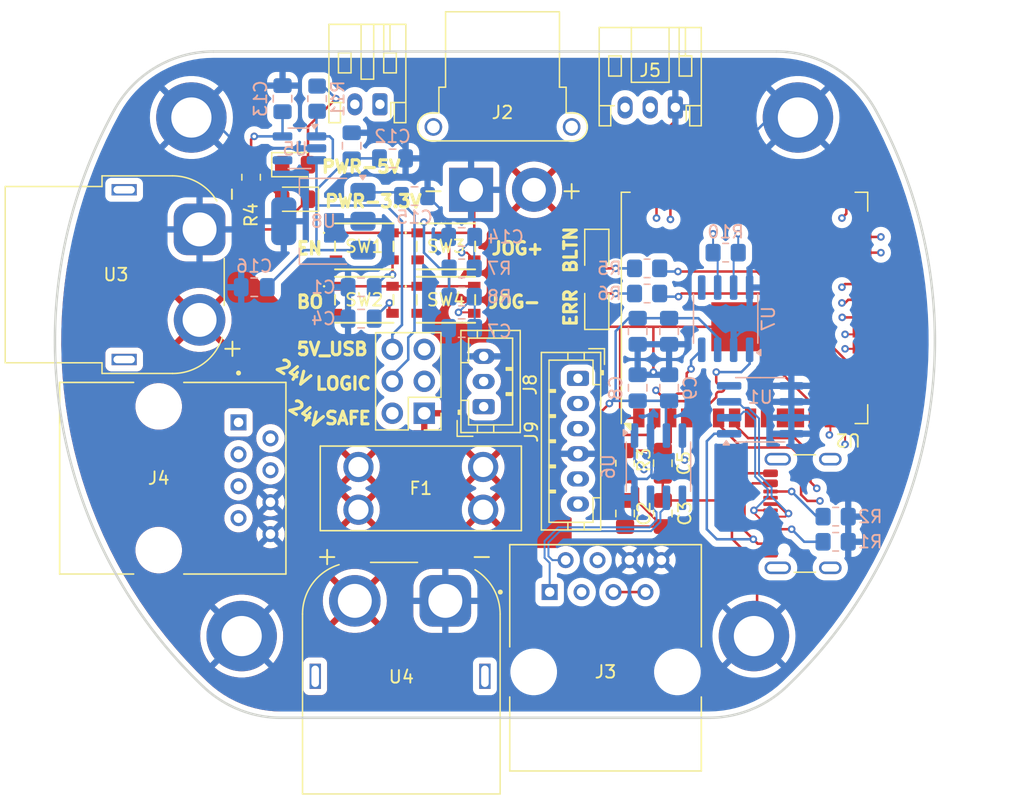
<source format=kicad_pcb>
(kicad_pcb (version 20240108) (generator "pcbnew") (generator_version "8.0")
  (layers (0 "F.Cu" signal) (1 "In1.Cu" signal) (2 "In2.Cu" signal) (31 "B.Cu" signal) (34 "B.Paste" user) (35 "F.Paste" user) (36 "B.SilkS" user "B.Silkscreen") (37 "F.SilkS" user "F.Silkscreen") (38 "B.Mask" user) (39 "F.Mask" user) (44 "Edge.Cuts" user))
  (net 0 "")
  (net 1 "GND")
  (net 2 "EN_PB")
  (net 3 "+3.3V")
  (net 4 "GPIO_0")
  (net 5 "Jog+")
  (net 6 "Jog-")
  (net 7 "Net-(D1-A)")
  (net 8 "Net-(D2-A)")
  (net 9 "Net-(D3-A)")
  (net 10 "+24V")
  (net 11 "+24V_safe")
  (net 13 "USB_P")
  (net 14 "+5V")
  (net 15 "Net-(J1-CC2)")
  (net 17 "USB_N")
  (net 18 "Net-(J1-CC1)")
  (net 21 "+24V_Logic")
  (net 24 "TX_M")
  (net 25 "RX_M")
  (net 26 "LED_BUILTIN")
  (net 27 "LED_ERR")
  (net 34 "RXC")
  (net 37 "Net-(J10-Pin_2)")
  (net 38 "+5V_USB")
  (net 41 "TXC")
  (net 44 "Enco_Pot")
  (net 47 "RXC_M")
  (net 48 "CUI_MOSI")
  (net 53 "TXC_M")
  (net 57 "CUI_MISO")
  (net 58 "CUI_CS")
  (net 59 "CUI_SCLK")
  (net 60 "Net-(D5-A)")
  (net 63 "CAN-")
  (net 64 "CAN+")
  (net 65 "CAN_M-")
  (net 66 "CAN_M+")
  (footprint "Resistor_SMD:R_0805_2012Metric_Pad1.20x1.40mm_HandSolder" (layer "F.Cu") (at 77.75 94.25 90)
    (property "Reference" "R3")
    (property "Value" "10k")
  )
  (footprint "LED_SMD:LED_0805_2012Metric_Pad1.15x1.40mm_HandSolder" (layer "F.Cu") (at 75.5 77.5 -90)
    (property "Reference" "D2" (hide yes))
    (property "Value" "B")
  )
  (footprint "Connector_JST:JST_PH_B6B-PH-K_1x06_P2.00mm_Vertical" (layer "F.Cu") (at 74 87.5 -90)
    (property "Reference" "J9")
    (property "Value" "Conn_01x06")
  )
  (footprint "MountingHole:MountingHole_3.2mm_M3_DIN965_Pad_TopBottom" (layer "F.Cu") (at 88 108)
    (property "Reference" "H4" (hide yes))
    (property "Value" "MountingHole_Pad")
  )
  (footprint "Capacitor_SMD:C_0805_2012Metric_Pad1.18x1.45mm_HandSolder" (layer "F.Cu") (at 77.75 98.25 90)
    (property "Reference" "C2")
    (property "Value" "22uF")
  )
  (footprint "Capacitor_SMD:C_0805_2012Metric_Pad1.18x1.45mm_HandSolder" (layer "F.Cu") (at 80.75 98.25 90)
    (property "Reference" "C3")
    (property "Value" "100nF")
  )
  (footprint "Resistor_SMD:R_0805_2012Metric_Pad1.20x1.40mm_HandSolder" (layer "F.Cu") (at 48 71.5 -90)
    (property "Reference" "R4")
    (property "Value" "1k")
  )
  (footprint "RF_Module:ESP32-S3-WROOM-1U" (layer "F.Cu") (at 87.25 81.895606 90)
    (property "Reference" "U2")
    (property "Value" "ESP32-S3-WROVER")
  )
  (footprint "RoverFootprint:SW-PTS815 SJM250SMTRLFS" (layer "F.Cu") (at 63.5 77)
    (property "Reference" "SW3")
    (property "Value" "SW-PTS815SJM250SMTRLFS")
  )
  (footprint "RoverFootprint:SW-PTS815 SJM250SMTRLFS" (layer "F.Cu") (at 57 81.25)
    (property "Reference" "SW2")
    (property "Value" "SW-PTS815SJM250SMTRLFS")
  )
  (footprint "Connector_PinHeader_2.54mm:PinHeader_2x03_P2.54mm_Vertical" (layer "F.Cu") (at 61.775 90.275 180)
    (property "Reference" "J10" (hide yes))
    (property "Value" "Jumper PWR")
  )
  (footprint "LED_SMD:LED_0805_2012Metric_Pad1.15x1.40mm_HandSolder" (layer "F.Cu") (at 51.5 70.5)
    (property "Reference" "D5" (hide yes))
    (property "Value" "B")
  )
  (footprint "RoverFootprint:AMASS_XT60PW-F_1x02_P7.20mm_Horizontal" (layer "F.Cu") (at 43.9 75.65 90)
    (property "Reference" "U3")
    (property "Value" "XT60PM-F")
  )
  (footprint "MountingHole:MountingHole_3.2mm_M3_DIN965_Pad_TopBottom" (layer "F.Cu") (at 47.25 108)
    (property "Reference" "H2" (hide yes))
    (property "Value" "MountingHole_Pad")
  )
  (footprint "Connector_JST:JST_PH_S2B-PH-K_1x02_P2.00mm_Horizontal" (layer "F.Cu") (at 58.25 65.7 180)
    (property "Reference" "J6" (hide yes))
    (property "Value" "Conn_01x02")
  )
  (footprint "RoverFootprint:AMASS_XT60PW-M_1x02_P7.20mm_Horizontal" (layer "F.Cu") (at 63.45 105.2 180)
    (property "Reference" "U4")
    (property "Value" "XT60PW-M")
  )
  (footprint "RoverFootprint:FUSE_3568-20" (layer "F.Cu") (at 61.5 96.25 180)
    (property "Reference" "F1")
    (property "Value" "FuseHolder")
  )
  (footprint "LED_SMD:LED_0805_2012Metric_Pad1.15x1.40mm_HandSolder" (layer "F.Cu") (at 51.5 73.25 180)
    (property "Reference" "D1" (hide yes))
    (property "Value" "G")
  )
  (footprint "RoverFootprint:Ethernet_Horizontal" (layer "F.Cu") (at 40.650001 95.445 -90)
    (property "Reference" "J4")
    (property "Value" "Eth-Horiz")
  )
  (footprint "Connector_USB:USB_C_Receptacle_GCT_USB4105-xx-A_16P_TopMnt_Horizontal" (layer "F.Cu") (at 93 98.25 90)
    (property "Reference" "J1" (hide yes))
    (property "Value" "USB_C_USB4105-GF-A")
  )
  (footprint "Connector_JST:JST_PH_B3B-PH-K_1x03_P2.00mm_Vertical" (layer "F.Cu") (at 66.5 89.75 90)
    (property "Reference" "J8")
    (property "Value" "Conn_01x03")
  )
  (footprint "RoverFootprint:SW-PTS815 SJM250SMTRLFS" (layer "F.Cu") (at 63.5 81.25)
    (property "Reference" "SW4")
    (property "Value" "SW-PTS815SJM250SMTRLFS")
  )
  (footprint "MountingHole:MountingHole_3.2mm_M3_DIN965_Pad_TopBottom" (layer "F.Cu") (at 43.25 66.75)
    (property "Reference" "H3" (hide yes))
    (property "Value" "MountingHole_Pad")
  )
  (footprint "RoverFootprint:AMASS_XT30PW-F_1x02_P2.50mm_Horizontal" (layer "F.Cu") (at 65.5 72.5)
    (property "Reference" "J2")
    (property "Value" "XT30PW-F")
  )
  (footprint "Connector_JST:JST_PH_S3B-PH-K_1x03_P2.00mm_Horizontal" (layer "F.Cu") (at 81.75 65.95 180)
    (property "Reference" "J5")
    (property "Value" "Conn_01x03")
  )
  (footprint "LED_SMD:LED_0805_2012Metric_Pad1.15x1.40mm_HandSolder" (layer "F.Cu") (at 75.5 81.75 90)
    (property "Reference" "D3" (hide yes))
    (property "Value" "B")
  )
  (footprint "RoverFootprint:Ethernet_Horizontal" (layer "F.Cu") (at 76.195 110.85)
    (property "Reference" "J3")
    (property "Value" "Eth-Horiz")
  )
  (footprint "MountingHole:MountingHole_3.2mm_M3_DIN965_Pad_TopBottom" (layer "F.Cu") (at 91.5 66.75)
    (property "Reference" "H1" (hide yes))
    (property "Value" "MountingHole_Pad")
  )
  (footprint "RoverFootprint:SW-PTS815 SJM250SMTRLFS" (layer "F.Cu") (at 57 77)
    (property "Reference" "SW1")
    (property "Value" "SW-PTS815SJM250SMTRLFS")
  )
  (footprint "Capacitor_SMD:C_0805_2012Metric_Pad1.18x1.45mm_HandSolder" (layer "F.Cu") (at 80.75 94.25 -90)
    (property "Reference" "C5")
    (property "Value" "1uF")
  )
  (footprint "Capacitor_SMD:C_0805_2012Metric_Pad1.18x1.45mm_HandSolder" (layer "B.Cu") (at 61 73)
    (property "Reference" "C15")
    (property "Value" "220nF")
  )
  (footprint "Capacitor_SMD:C_0805_2012Metric_Pad1.18x1.45mm_HandSolder" (layer "B.Cu") (at 50.5 65.25 90)
    (property "Reference" "C13")
    (property "Value" "10uF")
  )
  (footprint "Capacitor_SMD:C_0805_2012Metric_Pad1.18x1.45mm_HandSolder" (layer "B.Cu") (at 48.25 80.25 180)
    (property "Reference" "C16")
    (property "Value" "100nF")
  )
  (footprint "Capacitor_SMD:C_0805_2012Metric_Pad1.18x1.45mm_HandSolder" (layer "B.Cu") (at 81.25 88.25 90)
    (property "Reference" "C9")
    (property "Value" "100nF")
  )
  (footprint "Resistor_SMD:R_0805_2012Metric_Pad1.20x1.40mm_HandSolder" (layer "B.Cu") (at 85.75 77.5 180)
    (property "Reference" "R10")
    (property "Value" "121")
  )
  (footprint "Resistor_SMD:R_0805_2012Metric_Pad1.20x1.40mm_HandSolder" (layer "B.Cu") (at 94.5 98.5)
    (property "Reference" "R2")
    (property "Value" "5.1k")
  )
  (footprint "Resistor_SMD:R_0805_2012Metric_Pad1.20x1.40mm_HandSolder" (layer "B.Cu") (at 64.75 81)
    (property "Reference" "R8")
    (property "Value" "10k")
  )
  (footprint "Capacitor_SMD:C_0805_2012Metric_Pad1.18x1.45mm_HandSolder" (layer "B.Cu") (at 59.25 70)
    (property "Reference" "C12")
    (property "Value" "10uF")
  )
  (footprint "Package_TO_SOT_SMD:SOT-223-3_TabPin2" (layer "B.Cu") (at 53.75 75 180)
    (property "Reference" "U8")
    (property "Value" "LDO-LM7805MPX/NOPB")
  )
  (footprint "Resistor_SMD:R_0805_2012Metric_Pad1.20x1.40mm_HandSolder" (layer "B.Cu") (at 79.5 80.75 180)
    (property "Reference" "R6")
    (property "Value" "1K")
  )
  (footprint "Package_SO:SOIC-8_3.9x4.9mm_P1.27mm" (layer "B.Cu") (at 80.405 94.525 -90)
    (property "Reference" "U6")
    (property "Value" "SN65HVD232")
  )
  (footprint "Capacitor_SMD:C_0805_2012Metric_Pad1.18x1.45mm_HandSolder" (layer "B.Cu") (at 64.75 76.25)
    (property "Reference" "C14")
    (property "Value" "100nF")
  )
  (footprint "Package_SO:SOIC-8_3.9x4.9mm_P1.27mm" (layer "B.Cu") (at 88.5 90)
    (property "Reference" "U1")
    (property "Value" "TVS-SMDB03CE3")
  )
  (footprint "Package_TO_SOT_SMD:SOT-23-5_HandSoldering" (layer "B.Cu") (at 51.85 69.2 180)
    (property "Reference" "U5")
    (property "Value" "LDO-TLV74033PDBVR")
  )
  (footprint "Capacitor_SMD:C_0805_2012Metric_Pad1.18x1.45mm_HandSolder" (layer "B.Cu") (at 64.75 83.5)
    (property "Reference" "C7")
    (property "Value" "100nF")
  )
  (footprint "Capacitor_SMD:C_0805_2012Metric_Pad1.18x1.45mm_HandSolder" (layer "B.Cu") (at 56 69 90)
    (property "Reference" "C6" (hide yes))
    (property "Value" "100nF")
  )
  (footprint "Resistor_SMD:R_0805_2012Metric_Pad1.20x1.40mm_HandSolder" (layer "B.Cu") (at 64.75 78.75)
    (property "Reference" "R7")
    (property "Value" "10k")
  )
  (footprint "Capacitor_SMD:C_0805_2012Metric_Pad1.18x1.45mm_HandSolder" (layer "B.Cu") (at 81.25 83.75 -90)
    (property "Reference" "C11" (hide yes))
    (property "Value" "100nF")
  )
  (footprint "Capacitor_SMD:C_0805_2012Metric_Pad1.18x1.45mm_HandSolder" (layer "B.Cu") (at 78.75 83.75 -90)
    (property "Reference" "C10" (hide yes))
    (property "Value" "10uF")
  )
  (footprint "Capacitor_SMD:C_0805_2012Metric_Pad1.18x1.45mm_HandSolder" (layer "B.Cu") (at 78.75 88.25 90)
    (property "Reference" "C8")
    (property "Value" "10uF")
  )
  (footprint "Resistor_SMD:R_0805_2012Metric_Pad1.20x1.40mm_HandSolder" (layer "B.Cu") (at 79.5 78.75 180)
    (property "Reference" "R5")
    (property "Value" "1k")
  )
  (footprint "Resistor_SMD:R_0805_2012Metric_Pad1.20x1.40mm_HandSolder" (layer "B.Cu") (at 94.5 100.5)
    (property "Reference" "R1")
    (property "Value" "5.1k")
  )
  (footprint "Resistor_SMD:R_0805_2012Metric_Pad1.20x1.40mm_HandSolder" (layer "B.Cu") (at 53.25 65.25 90)
    (property "Reference" "R11")
    (property "Value" "1k")
  )
  (footprint "Package_SO:SOIC-8_3.9x4.9mm_P1.27mm" (layer "B.Cu") (at 85.75 82.75 90)
    (property "Reference" "U7")
    (property "Value" "SN65HVD232")
  )
  (footprint "Capacitor_SMD:C_0805_2012Metric_Pad1.18x1.45mm_HandSolder" (layer "B.Cu") (at 56.75 80.25)
    (property "Reference" "C1")
    (property "Value" "100nF")
  )
  (footprint "Capacitor_SMD:C_0805_2012Metric_Pad1.18x1.45mm_HandSolder" (layer "B.Cu") (at 56.75 82.75)
    (property "Reference" "C4")
    (property "Value" "100nF")
  )
  (gr_arc (start 37.11822 66.155172) (mid 40.423072 62.750696) (end 45 61.5) (stroke (width 0.2)) (layer "Edge.Cuts"))
  (gr_line (start 45 61.5) (end 89.79372 61.5) (stroke (width 0.2)) (layer "Edge.Cuts"))
  (gr_arc (start 50.39685 114.5) (mid 47.054335 113.85629) (end 44.189955 112.017241) (stroke (width 0.2)) (layer "Edge.Cuts"))
  (gr_arc (start 89.79372 61.5) (mid 94.370632 62.750701) (end 97.675483 66.155172) (stroke (width 0.2)) (layer "Edge.Cuts"))
  (gr_line (start 50.39685 114.5) (end 84.396851 114.5) (stroke (width 0.2)) (layer "Edge.Cuts"))
  (gr_arc (start 44.189955 112.017241) (mid 32.840702 90.290997) (end 37.11822 66.155172) (stroke (width 0.2)) (layer "Edge.Cuts"))
  (gr_arc (start 97.675483 66.155172) (mid 101.953001 90.290997) (end 90.603748 112.017241) (stroke (width 0.2)) (layer "Edge.Cuts"))
  (gr_arc (start 90.603748 112.017241) (mid 87.739369 113.8563) (end 84.396851 114.5) (stroke (width 0.2)) (layer "Edge.Cuts"))
  (gr_text "24V" (at 49.75 86.75 328) (layer "F.SilkS") (effects (font (size 1 1) (thickness 0.25) (bold yes)) (justify left bottom)))
  (gr_text "BLTN" (at 74 79.25 90) (layer "F.SilkS") (effects (font (size 1 1) (thickness 0.25) (bold yes)) (justify left bottom)))
  (gr_text "ERR" (at 74 83.5 90) (layer "F.SilkS") (effects (font (size 1 1) (thickness 0.25) (bold yes)) (justify left bottom)))
  (gr_text "PWR-5V" (at 53.5 71.25 0) (layer "F.SilkS") (effects (font (size 1 1) (thickness 0.25) (bold yes)) (justify left bottom)))
  (gr_text "BO" (at 51.5 82 0) (layer "F.SilkS") (effects (font (size 1 1) (thickness 0.25) (bold yes)) (justify left bottom)))
  (gr_text "JOG-" (at 66.75 82 0) (layer "F.SilkS") (effects (font (size 1 1) (thickness 0.25) (bold yes)) (justify left bottom)))
  (gr_text "SAFE" (at 53.75 91.25 0) (layer "F.SilkS") (effects (font (size 1 1) (thickness 0.25) (bold yes)) (justify left bottom)))
  (gr_text "JOG+" (at 67 77.75 0) (layer "F.SilkS") (effects (font (size 1 1) (thickness 0.25) (bold yes)) (justify left bottom)))
  (gr_text "EN" (at 51.5 77.75 0) (layer "F.SilkS") (effects (font (size 1 1) (thickness 0.25) (bold yes)) (justify left bottom)))
  (gr_text "5V_USB" (at 51.5 85.75 0) (layer "F.SilkS") (effects (font (size 1 1) (thickness 0.25) (bold yes)) (justify left bottom)))
  (gr_text "24V" (at 50.75 90 328) (layer "F.SilkS") (effects (font (size 1 1) (thickness 0.25) (bold yes)) (justify left bottom)))
  (gr_text "LOGIC" (at 53 88.5 0) (layer "F.SilkS") (effects (font (size 1 1) (thickness 0.25) (bold yes)) (justify left bottom)))
  (gr_text "PWR-3.3V" (at 53.75 74 0) (layer "F.SilkS") (effects (font (size 1 1) (thickness 0.25) (bold yes)) (justify left bottom)))
  (segment (start 86.2125 97.2125) (end 86.25 97.25) (width 0.2) (layer "F.Cu") (net 1))
  (segment (start 87.45 101.45) (end 89.32 101.45) (width 0.2) (layer "F.Cu") (net 1))
  (segment (start 59.250001 75.925001) (end 54.749999 75.925001) (width 0.2) (layer "F.Cu") (net 1))
  (segment (start 76.120606 83.395606) (end 75.5 82.775) (width 0.2) (layer "F.Cu") (net 1))
  (segment (start 77.354394 90.645606) (end 77.354394 83.5) (width 0.2) (layer "F.Cu") (net 1))
  (segment (start 63.75 75.925001) (end 63.75 80.175001) (width 0.2) (layer "F.Cu") (net 1))
  (segment (start 65.750001 80.175001) (end 63.75 80.175001) (width 0.2) (layer "F.Cu") (net 1))
  (segment (start 88.25 101.45) (end 88.25 107.75) (width 0.2) (layer "F.Cu") (net 1))
  (segment (start 61.249999 80.175001) (end 59.250001 80.175001) (width 0.2) (layer "F.Cu") (net 1))
  (segment (start 86.56 83.395606) (end 80 83.395606) (width 0.2) (layer "F.Cu") (net 1))
  (segment (start 88.25 107.75) (end 88.5 108) (width 0.2) (layer "F.Cu") (net 1))
  (segment (start 80 83.395606) (end 80 87) (width 0.2) (layer "F.Cu") (net 1))
  (segment (start 89.32 101.45) (end 88.25 101.45) (width 0.2) (layer "F.Cu") (net 1))
  (segment (start 63.75 75.925001) (end 61.249999 75.925001) (width 0.2) (layer "F.Cu") (net 1))
  (segment (start 75.5 82.775) (end 74.25 81.525) (width 0.2) (layer "F.Cu") (net 1))
  (segment (start 49.837545 107.662455) (end 48.5 109) (width 0.2) (layer "F.Cu") (net 1))
  (segment (start 74.25 81.525) (end 74.25 77.725) (width 0.2) (layer "F.Cu") (net 1))
  (segment (start 59.250001 80.175001) (end 54.749999 80.175001) (width 0.2) (layer "F.Cu") (net 1))
  (segment (start 86.25 96) (end 86.25 97.75) (width 0.2) (layer "F.Cu") (net 1))
  (segment (start 63.75 80.175001) (end 61.249999 80.175001) (width 0.2) (layer "F.Cu") (net 1))
  (segment (start 80.75 95.2875) (end 80.75 97.2125) (width 0.2) (layer "F.Cu") (net 1))
  (segment (start 78.84 73.145606) (end 78.84 69.91) (width 0.2) (layer "F.Cu") (net 1))
  (segment (start 65.750001 75.925001) (end 63.75 75.925001) (width 0.2) (layer "F.Cu") (net 1))
  (segment (start 74.25 77.725) (end 75.5 76.475) (width 0.2) (layer "F.Cu") (net 1))
  (segment (start 65.750001 75.925001) (end 65.750001 72.750001) (width 0.2) (layer "F.Cu") (net 1))
  (segment (start 77.354394 83.5) (end 77.25 83.395606) (width 0.2) (layer "F.Cu") (net 1))
  (segment (start 86.25 97.75) (end 86.25 100.25) (width 0.2) (layer "F.Cu") (net 1))
  (segment (start 81.75 67) (end 81.75 65.95) (width 0.2) (layer "F.Cu") (net 1))
  (segment (start 80.75 97.2125) (end 86.2125 97.2125) (width 0.2) (layer "F.Cu") (net 1))
  (segment (start 86.25 100.25) (end 87.45 101.45) (width 0.2) (layer "F.Cu") (net 1))
  (segment (start 65.750001 72.750001) (end 65.5 72.5) (width 0.2) (layer "F.Cu") (net 1))
  (segment (start 77.25 83.395606) (end 76.120606 83.395606) (width 0.2) (layer "F.Cu") (net 1))
  (segment (start 77.75 97.2125) (end 76.1 95.5625) (width 0.2) (layer "F.Cu") (net 1))
  (segment (start 87.2 95.05) (end 86.25 96) (width 0.2) (layer "F.Cu") (net 1))
  (segment (start 78.84 90.645606) (end 77.354394 90.645606) (width 0.2) (layer "F.Cu") (net 1))
  (segment (start 76.1 91.9) (end 77.354394 90.645606) (width 0.2) (layer "F.Cu") (net 1))
  (segment (start 61.249999 75.925001) (end 59.250001 75.925001) (width 0.2) (layer "F.Cu") (net 1))
  (segment (start 52.525 73.25) (end 52.525 72.55) (width 0.2) (layer "F.Cu") (net 1))
  (segment (start 75.5 76.475) (end 75.510606 76.475) (width 0.2) (layer "F.Cu") (net 1))
  (segment (start 76.1 95.5625) (end 76.1 91.9) (width 0.2) (layer "F.Cu") (net 1))
  (segment (start 50.125 75.65) (end 43.9 75.65) (width 0.2) (layer "F.Cu") (net 1))
  (segment (start 89.32 95.05) (end 87.2 95.05) (width 0.2) (layer "F.Cu") (net 1))
  (segment (start 52.525 72.55) (end 50.475 70.5) (width 0.2) (layer "F.Cu") (net 1))
  (segment (start 52.525 73.25) (end 50.125 75.65) (width 0.2) (layer "F.Cu") (net 1))
  (segment (start 78.84 69.91) (end 81.75 67) (width 0.2) (layer "F.Cu") (net 1))
  (segment (start 80 83.395606) (end 77.25 83.395606) (width 0.2) (layer "F.Cu") (net 1))
  (segment (start 75.510606 76.475) (end 78.84 73.145606) (width 0.2) (layer "F.Cu") (net 1))
  (via (at 80 87) (size 0.6) (drill 0.3) (layers "F.Cu" "B.Cu") (net 1))
  (segment (start 79.5 95.5) (end 77.5 95.5) (width 0.2) (layer "B.Cu") (net 1))
  (segment (start 87.655 83.095) (end 86.385 84.365) (width 0.2) (layer "B.Cu") (net 1))
  (segment (start 90.5 67) (end 90.75 67) (width 0.2) (layer "B.Cu") (net 1))
  (segment (start 86.385 84.365) (end 86.385 85.225) (width 0.2) (layer "B.Cu") (net 1))
  (segment (start 58.9625 67.9625) (end 56 67.9625) (width 0.2) (layer "B.Cu") (net 1))
  (segment (start 89 67) (end 88 68) (width 0.2) (layer "B.Cu") (net 1))
  (segment (start 90.75 67) (end 91.75 68) (width 0.2) (layer "B.Cu") (net 1))
  (segment (start 47.2 69.2) (end 44 66) (width 0.2) (layer "B.Cu") (net 1))
  (segment (start 63.7125 76.25) (end 63.7125 75.4625) (width 0.2) (layer "B.Cu") (net 1))
  (segment (start 60.2875 70) (end 60.2875 69.2875) (width 0.2) (layer "B.Cu") (net 1))
  (segment (start 79.85 95.15) (end 79.5 95.5) (width 0.2) (layer "B.Cu") (net 1))
  (segment (start 60.2875 69.2875) (end 58.9625 67.9625) (width 0.2) (layer "B.Cu") (net 1))
  (segment (start 53.2 69.2) (end 47.2 69.2) (width 0.2) (layer "B.Cu") (net 1))
  (segment (start 75.5 93.5) (end 74 93.5) (width 0.2) (layer "B.Cu") (net 1))
  (segment (start 77.5 95.5) (end 75.5 93.5) (width 0.2) (layer "B.Cu") (net 1))
  (segment (start 87.655 80.275) (end 87.655 83.095) (width 0.2) (layer "B.Cu") (net 1))
  (segment (start 79.77 92.05) (end 79.85 92.13) (width 0.2) (layer "B.Cu") (net 1))
  (segment (start 89.25 67) (end 89 67) (width 0.2) (layer "B.Cu") (net 1))
  (segment (start 63 74.75) (end 63 73.9625) (width 0.2) (layer "B.Cu") (net 1))
  (segment (start 44 66) (end 44 66.5375) (width 0.2) (layer "B.Cu") (net 1))
  (segment (start 63 73.9625) (end 62.0375 73) (width 0.2) (layer "B.Cu") (net 1))
  (segment (start 79.85 92.13) (end 79.85 95.15) (width 0.2) (layer "B.Cu") (net 1))
  (segment (start 63.7125 75.4625) (end 63 74.75) (width 0.2) (layer "B.Cu") (net 1))
  (segment (start 81.25 89.496712) (end 81.25 89.5) (width 0.2) (layer "F.Cu") (net 2))
  (segment (start 81.38 92.5825) (end 81.38 90.645606) (width 0.2) (layer "F.Cu") (net 2))
  (segment (start 77.75 93.25) (end 80.7125 93.25) (width 0.2) (layer "F.Cu") (net 2))
  (segment (start 80.7125 93.25) (end 80.75 93.2125) (width 0.2) (layer "F.Cu") (net 2))
  (segment (start 80.207173 88.453885) (end 81.25 89.496712) (width 0.2) (layer "F.Cu") (net 2))
  (segment (start 81.25 89.5) (end 81.38 89.63) (width 0.2) (layer "F.Cu") (net 2))
  (segment (start 81.38 89.63) (end 81.38 90.645606) (width 0.2) (layer "F.Cu") (net 2))
  (segment (start 59.25 79.25) (end 59.25 78.075) (width 0.2) (layer "F.Cu") (net 2))
  (segment (start 59.25 78.075) (end 59.250001 78.074999) (width 0.2) (layer "F.Cu") (net 2))
  (segment (start 80.75 93.2125) (end 81.38 92.5825) (width 0.2) (layer "F.Cu") (net 2))
  (via (at 59.25 79.25) (size 0.6) (drill 0.3) (layers "F.Cu" "B.Cu") (net 2))
  (via (at 80.207173 88.453885) (size 0.6) (drill 0.3) (layers "F.Cu" "B.Cu") (net 2))
  (segment (start 58.7875 79.25) (end 57.7875 80.25) (width 0.2) (layer "B.Cu") (net 2))
  (segment (start 59.25 79.25) (end 58.7875 79.25) (width 0.2) (layer "B.Cu") (net 2))
  (segment (start 78.775 97.3125) (end 78.775 96.275) (width 0.2) (layer "F.Cu") (net 3))
  (segment (start 79.5 92) (end 80.11 91.39) (width 0.2) (layer "F.Cu") (net 3))
  (segment (start 48 68.5) (end 48 70.5) (width 0.2) (layer "F.Cu") (net 3))
  (segment (start 77.75 95.25) (end 77.75 94.25) (width 0.2) (layer "F.Cu") (net 3))
  (segment (start 76.75 92.5) (end 77.25 92) (width 0.2) (layer "F.Cu") (net 3))
  (segment (start 48.25 68.25) (end 48 68.5) (width 0.2) (layer "F.Cu") (net 3))
  (segment (start 75.5 97.0375) (end 77.75 99.2875) (width 0.2) (layer "F.Cu") (net 3))
  (segment (start 78.775 96.275) (end 77.75 95.25) (width 0.2) (layer "F.Cu") (net 3))
  (segment (start 80.11 91.39) (end 80.11 90.645606) (width 0.2) (layer "F.Cu") (net 3))
  (segment (start 77 94.25) (end 76.75 94) (width 0.2) (layer "F.Cu") (net 3))
  (segment (start 80.75 99.2875) (end 78.775 97.3125) (width 0.2) (layer "F.Cu") (net 3))
  (segment (start 77.75 99.2875) (end 80.75 99.2875) (width 0.2) (layer "F.Cu") (net 3))
  (segment (start 77.25 92) (end 79.5 92) (width 0.2) (layer "F.Cu") (net 3))
  (segment (start 75.5 90.5) (end 75.5 97.0375) (width 0.2) (layer "F.Cu") (net 3))
  (segment (start 76.5 89.5) (end 75.5 90.5) (width 0.2) (layer "F.Cu") (net 3))
  (segment (start 77.75 94.25) (end 77 94.25) (width 0.2) (layer "F.Cu") (net 3))
  (segment (start 76.75 94) (end 76.75 92.5) (width 0.2) (layer "F.Cu") (net 3))
  (via (at 48.25 68.25) (size 0.6) (drill 0.3) (layers "F.Cu" "B.Cu") (net 3))
  (via (at 76.5 89.5) (size 0.6) (drill 0.3) (layers "F.Cu" "B.Cu") (net 3))
  (via (at 61.752088 75.069445) (size 0.6) (drill 0.3) (layers "F.Cu" "B.Cu") (net 3))
  (segment (start 63.75 81) (end 63.75 78.75) (width 0.2) (layer "B.Cu") (net 3))
  (segment (start 78.75 89.2875) (end 81.25 89.2875) (width 0.2) (layer "B.Cu") (net 3))
  (segment (start 61.752088 75.069445) (end 61.752088 77.502088) (width 0.2) (layer "B.Cu") (net 3))
  (segment (start 81 92.01) (end 81.04 92.05) (width 0.2) (layer "B.Cu") (net 3))
  (segment (start 85.115 84.250001) (end 85.115 85.225) (width 0.2) (layer "B.Cu") (net 3))
  (segment (start 50.5 68.25) (end 50.5 66.2875) (width 0.2) (layer "B.Cu") (net 3))
  (segment (start 78.75 82.7125) (end 81.25 82.7125) (width 0.2) (layer "B.Cu") (net 3))
  (segment (start 81.25 82.7125) (end 83.577499 82.7125) (width 0.2) (layer "B.Cu") (net 3))
  (segment (start 50.5 68.25) (end 48.25 68.25) (width 0.2) (layer "B.Cu") (net 3))
  (segment (start 78.0375 82.7125) (end 78.75 82.7125) (width 0.2) (layer "B.Cu") (net 3))
  (segment (start 63 78.75) (end 63.75 78.75) (width 0.2) (layer "B.Cu") (net 3))
  (segment (start 77 83.75) (end 78.0375 82.7125) (width 0.2) (layer "B.Cu") (net 3))
  (segment (start 81.25 89.2875) (end 81 89.5375) (width 0.2) (layer "B.Cu") (net 3))
  (segment (start 77 89) (end 77 83.75) (width 0.2) (layer "B.Cu") (net 3))
  (segment (start 61.752088 77.502088) (end 63 78.75) (width 0.2) (layer "B.Cu") (net 3))
  (segment (start 76.5 89.5) (end 76.7125 89.2875) (width 0.2) (layer "B.Cu") (net 3))
  (segment (start 76.7125 89.2875) (end 78.75 89.2875) (width 0.2) (layer "B.Cu") (net 3))
  (segment (start 81 89.5375) (end 81 92.01) (width 0.2) (layer "B.Cu") (net 3))
  (segment (start 83.577499 82.7125) (end 85.115 84.250001) (width 0.2) (layer "B.Cu") (net 3))
  (segment (start 76.5 89.5) (end 77 89) (width 0.2) (layer "B.Cu") (net 3))
  (segment (start 59 81.5) (end 59 82.074998) (width 0.2) (layer "F.Cu") (net 4))
  (segment (start 95.35 74.4) (end 95.35 73.145606) (width 0.2) (layer "F.Cu") (net 4))
  (segment (start 95 74.75) (end 95.35 74.4) (width 0.2) (layer "F.Cu") (net 4))
  (segment (start 59 82.074998) (end 59.250001 82.324999) (width 0.2) (layer "F.Cu") (net 4))
  (via (at 59 81.5) (size 0.6) (drill 0.3) (layers "F.Cu" "B.Cu") (net 4))
  (via (at 95 74.75) (size 0.6) (drill 0.3) (layers "F.Cu" "B.Cu") (net 4))
  (segment (start 57.7875 82.7125) (end 59 81.5) (width 0.2) (layer "B.Cu") (net 4))
  (segment (start 57.7875 82.75) (end 57.7875 82.7125) (width 0.2) (layer "B.Cu") (net 4))
  (segment (start 96.400606 84) (end 96.6 83.800606) (width 0.155814) (layer "F.Cu") (net 5))
  (segment (start 65.175002 77.5) (end 65.750001 78.074999) (width 0.155814) (layer "F.Cu") (net 5))
  (segment (start 95.25 84) (end 96.400606 84) (width 0.155814) (layer "F.Cu") (net 5))
  (segment (start 64.75 77.5) (end 65.175002 77.5) (width 0.155814) (layer "F.Cu") (net 5))
  (via (at 95.25 84) (size 0.6) (drill 0.3) (layers "F.Cu" "B.Cu") (net 5))
  (via (at 64.75 77.5) (size 0.6) (drill 0.3) (layers "F.Cu" "B.Cu") (net 5))
  (segment (start 65.75 76.2875) (end 65.7875 76.25) (width 0.155814) (layer "B.Cu") (net 5))
  (segment (start 65.75 78.75) (end 65.75 76.2875) (width 0.155814) (layer "B.Cu") (net 5))
  (segment (start 65.7875 76.25) (end 64.75 77.2875) (width 0.155814) (layer "B.Cu") (net 5))
  (segment (start 64.75 77.2875) (end 64.75 77.5) (width 0.155814) (layer "B.Cu") (net 5))
  (segment (start 65.675002 82.25) (end 65.750001 82.324999) (width 0.155814) (layer "F.Cu") (net 6))
  (segment (start 95.25 85.15) (end 96.520606 85.15) (width 0.155814) (layer "F.Cu") (net 6))
  (segment (start 64.5 82.25) (end 65.675002 82.25) (width 0.155814) (layer "F.Cu") (net 6))
  (segment (start 96.520606 85.15) (end 96.6 85.070606) (width 0.155814) (layer "F.Cu") (net 6))
  (via (at 95.25 85.15) (size 0.6) (drill 0.3) (layers "F.Cu" "B.Cu") (net 6))
  (via (at 64.5 82.25) (size 0.6) (drill 0.3) (layers "F.Cu" "B.Cu") (net 6))
  (segment (start 65.7875 81.0375) (end 65.7875 83.5) (width 0.155814) (layer "B.Cu") (net 6))
  (segment (start 65.75 81) (end 64.5 82.25) (width 0.155814) (layer "B.Cu") (net 6))
  (segment (start 65.75 81) (end 65.7875 81.0375) (width 0.155814) (layer "B.Cu") (net 6))
  (segment (start 49.725 72.5) (end 50.475 73.25) (width 0.2) (layer "F.Cu") (net 7))
  (segment (start 48 72.5) (end 49.725 72.5) (width 0.2) (layer "F.Cu") (net 7))
  (segment (start 75.725 78.75) (end 75.5 78.525) (width 0.2) (layer "F.Cu") (net 8))
  (segment (start 77 78.75) (end 75.725 78.75) (width 0.2) (layer "F.Cu") (net 8))
  (via (at 77 78.75) (size 0.6) (drill 0.3) (layers "F.Cu" "B.Cu") (net 8))
  (segment (start 78.5 78.75) (end 77 78.75) (width 0.2) (layer "B.Cu") (net 8))
  (segment (start 75.525 80.75) (end 75.5 80.725) (width 0.2) (layer "F.Cu") (net 9))
  (segment (start 77 80.75) (end 75.525 80.75) (width 0.2) (layer "F.Cu") (net 9))
  (via (at 77 80.75) (size 0.6) (drill 0.3) (layers "F.Cu" "B.Cu") (net 9))
  (segment (start 78.5 80.75) (end 77 80.75) (width 0.2) (layer "B.Cu") (net 9))
  (segment (start 45.59 82.35) (end 44 82.35) (width 0.2) (layer "F.Cu") (net 10))
  (segment (start 89.828849 97.5) (end 89.32 97.5) (width 0.155814) (layer "F.Cu") (net 13))
  (segment (start 95.35 91.65) (end 95.35 90.645606) (width 0.155814) (layer "F.Cu") (net 13))
  (segment (start 95.25 91.75) (end 95.35 91.65) (width 0.155814) (layer "F.Cu") (net 13))
  (segment (start 90.5 98.5) (end 89.32 98.5) (width 0.155814) (layer "F.Cu") (net 13))
  (segment (start 90.75 98.25) (end 90.578849 98.25) (width 0.155814) (layer "F.Cu") (net 13))
  (segment (start 90.578849 98.25) (end 89.828849 97.5) (width 0.155814) (layer "F.Cu") (net 13))
  (segment (start 95.25 92.75) (end 95.25 91.75) (width 0.155814) (layer "F.Cu") (net 13))
  (segment (start 90.75 98.25) (end 90.5 98.5) (width 0.155814) (layer "F.Cu") (net 13))
  (via (at 95.25 92.75) (size 0.6) (drill 0.3) (layers "F.Cu" "B.Cu") (net 13))
  (via (at 90.75 98.25) (size 0.6) (drill 0.3) (layers "F.Cu" "B.Cu") (net 13))
  (segment (start 89.404107 96.904107) (end 89.404107 96.186165) (width 0.155814) (layer "B.Cu") (net 13))
  (segment (start 87.180893 89.845893) (end 86.7 89.365) (width 0.155814) (layer "B.Cu") (net 13))
  (segment (start 89.404107 96.186165) (end 88.404107 95.186165) (width 0.155814) (layer "B.Cu") (net 13))
  (segment (start 88.404107 95.186165) (end 88.404107 90.686165) (width 0.155814) (layer "B.Cu") (net 13))
  (segment (start 88.404107 90.686165) (end 87.563835 89.845893) (width 0.155814) (layer "B.Cu") (net 13))
  (segment (start 86.7 89.365) (end 86.025 89.365) (width 0.155814) (layer "B.Cu") (net 13))
  (segment (start 87.563835 89.845893) (end 87.180893 89.845893) (width 0.155814) (layer "B.Cu") (net 13))
  (segment (start 90.75 98.25) (end 89.404107 96.904107) (width 0.155814) (layer "B.Cu") (net 13))
  (segment (start 53.2 77.25) (end 53.25 77.3) (width 0.2) (layer "B.Cu") (net 14))
  (segment (start 56 70.0375) (end 55.6625 70.0375) (width 0.2) (layer "B.Cu") (net 14))
  (segment (start 52.2 77.3) (end 53.25 77.3) (width 0.2) (layer "B.Cu") (net 14))
  (segment (start 53.25 77.3) (end 54.5 77.3) (width 0.2) (layer "B.Cu") (net 14))
  (segment (start 54.5 70) (end 54.5 68.5) (width 0.2) (layer "B.Cu") (net 14))
  (segment (start 49.2875 80.25) (end 49.2875 80.2125) (width 0.2) (layer "B.Cu") (net 14))
  (segment (start 58.75 73.75) (end 53.2 73.75) (width 0.2) (layer "B.Cu") (net 14))
  (segment (start 54.5 77.3) (end 56.9 77.3) (width 0.2) (layer "B.Cu") (net 14))
  (segment (start 60 83.25) (end 60 75) (width 0.2) (layer "B.Cu") (net 14))
  (segment (start 53.2 70.15) (end 53.2 72.5) (width 0.2) (layer "B.Cu") (net 14))
  (segment (start 53.2 66.3) (end 53.25 66.25) (width 0.2) (layer "B.Cu") (net 14))
  (segment (start 54.25 68.25) (end 53.2 68.25) (width 0.2) (layer "B.Cu") (net 14))
  (segment (start 54.5 68.5) (end 54.25 68.25) (width 0.2) (layer "B.Cu") (net 14))
  (segment (start 53.2 73.75) (end 53.2 77.25) (width 0.2) (layer "B.Cu") (net 14))
  (segment (start 49.2875 80.2125) (end 52.2 77.3) (width 0.2) (layer "B.Cu") (net 14))
  (segment (start 59.235 85.195) (end 59.235 84.015) (width 0.2) (layer "B.Cu") (net 14))
  (segment (start 54.35 70.15) (end 54.5 70) (width 0.2) (layer "B.Cu") (net 14))
  (segment (start 53.2 70.15) (end 54.35 70.15) (width 0.2) (layer "B.Cu") (net 14))
  (segment (start 56.0375 70) (end 56 70.0375) (width 0.2) (layer "B.Cu") (net 14))
  (segment (start 60 75) (end 58.75 73.75) (width 0.2) (layer "B.Cu") (net 14))
  (segment (start 55.6625 70.0375) (end 53.2 72.5) (width 0.2) (layer "B.Cu") (net 14))
  (segment (start 53.2 72.5) (end 53.2 73.75) (width 0.2) (layer "B.Cu") (net 14))
  (segment (start 58.2125 70) (end 56.0375 70) (width 0.2) (layer "B.Cu") (net 14))
  (segment (start 59.235 84.015) (end 60 83.25) (width 0.2) (layer "B.Cu") (net 14))
  (segment (start 53.2 68.25) (end 53.2 66.3) (width 0.2) (layer "B.Cu") (net 14))
  (segment (start 91 96.5) (end 89.32 96.5) (width 0.2) (layer "F.Cu") (net 15))
  (via (at 91 96.5) (size 0.6) (drill 0.3) (layers "F.Cu" "B.Cu") (net 15))
  (segment (start 91 96.5) (end 93 98.5) (width 0.2) (layer "B.Cu") (net 15))
  (segment (start 93 98.5) (end 93.5 98.5) (width 0.2) (layer "B.Cu") (net 15))
  (segment (start 94 92) (end 94.08 91.92) (width 0.155814) (layer "F.Cu") (net 17))
  (segment (start 88.811152 99) (end 89.32 99) (width 0.155814) (layer "F.Cu") (net 17))
  (segment (start 88 98) (end 88 98.188848) (width 0.155814) (layer "F.Cu") (net 17))
  (segment (start 94.08 91.92) (end 94.08 90.645606) (width 0.155814) (layer "F.Cu") (net 17))
  (segment (start 88 98) (end 89.320001 98) (width 0.155814) (layer "F.Cu") (net 17))
  (segment (start 88 98.188848) (end 88.811152 99) (width 0.155814) (layer "F.Cu") (net 17))
  (via (at 94 92) (size 0.6) (drill 0.3) (layers "F.Cu" "B.Cu") (net 17))
  (via (at 88 98) (size 0.6) (drill 0.3) (layers "F.Cu" "B.Cu") (net 17))
  (segment (start 88.095893 90.813835) (end 87.436165 90.154107) (width 0.155814) (layer "B.Cu") (net 17))
  (segment (start 87.180893 90.154107) (end 86.7 90.635) (width 0.155814) (layer "B.Cu") (net 17))
  (segment (start 88.095893 95.313835) (end 88.095893 90.813835) (width 0.155814) (layer "B.Cu") (net 17))
  (segment (start 89.095893 96.313835) (end 88.095893 95.313835) (width 0.155814) (layer "B.Cu") (net 17))
  (segment (start 88 98) (end 89.095893 96.904107) (width 0.155814) (layer "B.Cu") (net 17))
  (segment (start 89.095893 96.904107) (end 89.095893 96.313835) (width 0.155814) (layer "B.Cu") (net 17))
  (segment (start 87.436165 90.154107) (end 87.180893 90.154107) (width 0.155814) (layer "B.Cu") (net 17))
  (segment (start 86.7 90.635) (end 86.025 90.635) (width 0.155814) (layer "B.Cu") (net 17))
  (segment (start 91 99.5) (end 89.32 99.5) (width 0.2) (layer "F.Cu") (net 18))
  (via (at 91 99.5) (size 0.6) (drill 0.3) (layers "F.Cu" "B.Cu") (net 18))
  (segment (start 92 100.5) (end 93.5 100.5) (width 0.2) (layer "B.Cu") (net 18))
  (segment (start 91 99.5) (end 92 100.5) (width 0.2) (layer "B.Cu") (net 18))
  (segment (start 76.83 104.5) (end 79.37 104.5) (width 0.2) (layer "F.Cu") (net 21))
  (segment (start 91.25 92.25) (end 87.534394 92.25) (width 0.2) (layer "F.Cu") (net 24))
  (segment (start 87.534394 92.25) (end 86.46 91.175606) (width 0.2) (layer "F.Cu") (net 24))
  (segment (start 86.46 91.175606) (end 86.46 90.645606) (width 0.2) (layer "F.Cu") (net 24))
  (segment (start 92.5 93.5) (end 91.25 92.25) (width 0.2) (layer "F.Cu") (net 24))
  (segment (start 92.5 95.75) (end 92.5 93.5) (width 0.2) (layer "F.Cu") (net 24))
  (segment (start 93 96.25) (end 92.5 95.75) (width 0.2) (layer "F.Cu") (net 24))
  (via (at 93 96.25) (size 0.6) (drill 0.3) (layers "F.Cu" "B.Cu") (net 24))
  (segment (start 85.19 91.175606) (end 85.19 90.645606) (width 0.2) (layer "F.Cu") (net 25))
  (segment (start 93.25 97.25) (end 92.25 97.25) (width 0.2) (layer "F.Cu") (net 25))
  (segment (start 91.75 93.75) (end 91 93) (width 0.2) (layer "F.Cu") (net 25))
  (segment (start 92.25 97.25) (end 91.75 96.75) (width 0.2) (layer "F.Cu") (net 25))
  (segment (start 87.014394 93) (end 85.19 91.175606) (width 0.2) (layer "F.Cu") (net 25))
  (segment (start 91 93) (end 87.014394 93) (width 0.2) (layer "F.Cu") (net 25))
  (segment (start 91.75 96.75) (end 91.75 93.75) (width 0.2) (layer "F.Cu") (net 25))
  (via (at 93.25 97.25) (size 0.6) (drill 0.3) (layers "F.Cu" "B.Cu") (net 25))
  (segment (start 88.251471 79) (end 81.956627 79) (width 0.2) (layer "F.Cu") (net 26))
  (segment (start 96.6 86.340606) (end 95.592077 86.340606) (width 0.2) (layer "F.Cu") (net 26))
  (segment (start 95.592077 86.340606) (end 88.251471 79) (width 0.2) (layer "F.Cu") (net 26))
  (via (at 81.956627 79) (size 0.6) (drill 0.3) (layers "F.Cu" "B.Cu") (net 26))
  (segment (start 80.75 79) (end 80.5 78.75) (width 0.2) (layer "B.Cu") (net 26))
  (segment (start 81.956627 79) (end 80.75 79) (width 0.2) (layer "B.Cu") (net 26))
  (segment (start 82.25 80.75) (end 82 81) (width 0.2) (layer "F.Cu") (net 27))
  (segment (start 92.81 89.695606) (end 89.25 86.135606) (width 0.2) (layer "F.Cu") (net 27))
  (segment (start 89.25 80.75) (end 82.25 80.75) (width 0.2) (layer "F.Cu") (net 27))
  (segment (start 89.25 86.135606) (end 89.25 80.75) (width 0.2) (layer "F.Cu") (net 27))
  (segment (start 92.81 90.645606) (end 92.81 89.695606) (width 0.2) (layer "F.Cu") (net 27))
  (via (at 82 81) (size 0.6) (drill 0.3) (layers "F.Cu" "B.Cu") (net 27))
  (segment (start 82 81) (end 80.75 81) (width 0.2) (layer "B.Cu") (net 27))
  (segment (start 80.75 81) (end 80.5 80.75) (width 0.2) (layer "B.Cu") (net 27))
  (segment (start 96.669394 76.25) (end 96.6 76.180606) (width 0.2) (layer "F.Cu") (net 34))
  (segment (start 98.1 76.25) (end 96.669394 76.25) (width 0.2) (layer "F.Cu") (net 34))
  (via (at 82.5 94) (size 0.6) (drill 0.3) (layers "F.Cu" "B.Cu") (net 34))
  (via (at 98.1 76.25) (size 0.6) (drill 0.3) (layers "F.Cu" "B.Cu") (net 34))
  (segment (start 82.31 93.81) (end 82.5 94) (width 0.2) (layer "B.Cu") (net 34))
  (segment (start 82.31 92.05) (end 82.31 93.81) (width 0.2) (layer "B.Cu") (net 34))
  (segment (start 60.5 84.25) (end 60.5 86) (width 0.2) (layer "B.Cu") (net 37))
  (segment (start 60.5 86) (end 59.235 87.265) (width 0.2) (layer "B.Cu") (net 37))
  (segment (start 59.6625 72.7) (end 59.9625 73) (width 0.2) (layer "B.Cu") (net 37))
  (segment (start 61 74.5375) (end 61 83.75) (width 0.2) (layer "B.Cu") (net 37))
  (segment (start 56.9 72.7) (end 59.6625 72.7) (width 0.2) (layer "B.Cu") (net 37))
  (segment (start 59.9625 73.5) (end 61 74.5375) (width 0.2) (layer "B.Cu") (net 37))
  (segment (start 61 83.75) (end 60.5 84.25) (width 0.2) (layer "B.Cu") (net 37))
  (segment (start 59.235 87.265) (end 59.235 87.735) (width 0.2) (layer "B.Cu") (net 37))
  (segment (start 59.9625 73) (end 59.9625 73.5) (width 0.2) (layer "B.Cu") (net 37))
  (segment (start 57.0625 72.5375) (end 56.9 72.7) (width 0.2) (layer "B.Cu") (net 37))
  (segment (start 87.25 99.6) (end 87.95 100.3) (width 0.2) (layer "F.Cu") (net 38))
  (segment (start 87.95 100.3) (end 88.3 100.65) (width 0.2) (layer "F.Cu") (net 38))
  (segment (start 87.9 95.85) (end 87.25 96.5) (width 0.2) (layer "F.Cu") (net 38))
  (segment (start 88.3 100.65) (end 89.32 100.65) (width 0.2) (layer "F.Cu") (net 38))
  (segment (start 89.32 95.85) (end 87.9 95.85) (width 0.2) (layer "F.Cu") (net 38))
  (segment (start 87.25 96.5) (end 87.25 99.6) (width 0.2) (layer "F.Cu") (net 38))
  (via (at 87.95 100.3) (size 0.6) (drill 0.3) (layers "F.Cu" "B.Cu") (net 38))
  (segment (start 85.05 100.3) (end 84.25 99.5) (width 0.2) (layer "B.Cu") (net 38))
  (segment (start 84.25 92.5) (end 84.845 91.905) (width 0.2) (layer "B.Cu") (net 38))
  (segment (start 87.95 100.3) (end 85.05 100.3) (width 0.2) (layer "B.Cu") (net 38))
  (segment (start 84.845 91.905) (end 86.025 91.905) (width 0.2) (layer "B.Cu") (net 38))
  (segment (start 84.25 99.5) (end 84.25 92.5) (width 0.2) (layer "B.Cu") (net 38))
  (segment (start 98.1 77.5) (end 96.649394 77.5) (width 0.2) (layer "F.Cu") (net 41))
  (segment (start 96.649394 77.5) (end 96.6 77.450606) (width 0.2) (layer "F.Cu") (net 41))
  (via (at 79.25 94.75) (size 0.6) (drill 0.3) (layers "F.Cu" "B.Cu") (net 41))
  (via (at 98.1 77.5) (size 0.6) (drill 0.3) (layers "F.Cu" "B.Cu") (net 41))
  (segment (start 78.5 94) (end 78.5 92.05) (width 0.2) (layer "B.Cu") (net 41))
  (segment (start 79.25 94.75) (end 78.5 94) (width 0.2) (layer "B.Cu") (net 41))
  (segment (start 80.25 73.285606) (end 80.11 73.145606) (width 0.2) (layer "F.Cu") (net 44))
  (segment (start 80.25 74.75) (end 80.25 73.285606) (width 0.2) (layer "F.Cu") (net 44))
  (via (at 80.25 74.75) (size 0.6) (drill 0.3) (layers "F.Cu" "B.Cu") (net 44))
  (segment (start 82.65 89.670443) (end 82.65 90.645606) (width 0.2) (layer "F.Cu") (net 47))
  (segment (start 82.65 87.1) (end 82.65 87.870443) (width 0.2) (layer "F.Cu") (net 47))
  (segment (start 83 86.75) (end 82.65 87.1) (width 0.2) (layer "F.Cu") (net 47))
  (segment (start 82.89 88.710443) (end 81.975573 88.710443) (width 0.2) (layer "F.Cu") (net 47))
  (segment (start 83.324427 88.710443) (end 82.89 88.710443) (width 0.2) (layer "F.Cu") (net 47))
  (segment (start 81.975573 89.310443) (end 82.41 89.310443) (width 0.2) (layer "F.Cu") (net 47))
  (segment (start 82.65 89.550443) (end 82.65 89.670443) (width 0.2) (layer "F.Cu") (net 47))
  (segment (start 83.564427 88.350443) (end 83.564427 88.470443) (width 0.2) (layer "F.Cu") (net 47))
  (segment (start 81.735573 88.950443) (end 81.735573 89.070443) (width 0.2) (layer "F.Cu") (net 47))
  (segment (start 82.89 88.110443) (end 83.324427 88.110443) (width 0.2) (layer "F.Cu") (net 47))
  (via (at 83 86.75) (size 0.6) (drill 0.3) (layers "F.Cu" "B.Cu") (net 47))
  (arc (start 81.735573 89.070443) (mid 81.805867 89.240149) (end 81.975573 89.310443) (width 0.2) (layer "F.Cu") (net 47))
  (arc (start 81.975573 88.710443) (mid 81.805867 88.780737) (end 81.735573 88.950443) (width 0.2) (layer "F.Cu") (net 47))
  (arc (start 83.564427 88.470443) (mid 83.494133 88.640149) (end 83.324427 88.710443) (width 0.2) (layer "F.Cu") (net 47))
  (arc (start 82.41 89.310443) (mid 82.579706 89.380737) (end 82.65 89.550443) (width 0.2) (layer "F.Cu") (net 47))
  (arc (start 83.324427 88.110443) (mid 83.494133 88.180737) (end 83.564427 88.350443) (width 0.2) (layer "F.Cu") (net 47))
  (arc (start 82.65 87.870443) (mid 82.720294 88.040149) (end 82.89 88.110443) (width 0.2) (layer "F.Cu") (net 47))
  (segment (start 83 86.75) (end 83 86.07) (width 0.2) (layer "B.Cu") (net 47))
  (segment (start 83 86.07) (end 83.845 85.225) (width 0.2) (layer "B.Cu") (net 47))
  (segment (start 95.25 81.5) (end 95.5 81.25) (width 0.2) (layer "F.Cu") (net 48))
  (segment (start 95 81.5) (end 95.25 81.5) (width 0.2) (layer "F.Cu") (net 48))
  (segment (start 96.589394 81.25) (end 96.6 81.260606) (width 0.2) (layer "F.Cu") (net 48))
  (segment (start 95.5 81.25) (end 96.589394 81.25) (width 0.2) (layer "F.Cu") (net 48))
  (via (at 95 81.5) (size 0.6) (drill 0.3) (layers "F.Cu" "B.Cu") (net 48))
  (segment (start 83.92 90.08) (end 83.92 90.645606) (width 0.2) (layer "F.Cu") (net 53))
  (segment (start 85 87) (end 85 87.720519) (width 0.2) (layer "F.Cu") (net 53))
  (segment (start 85.24 87.960519) (end 85.400941 87.960519) (width 0.2) (layer "F.Cu") (net 53))
  (segment (start 85 88.800519) (end 85 88.920519) (width 0.2) (layer "F.Cu") (net 53))
  (segment (start 85 88.920519) (end 85 89) (width 0.2) (layer "F.Cu") (net 53))
  (segment (start 85.640941 88.200519) (end 85.640941 88.320519) (width 0.2) (layer "F.Cu") (net 53))
  (segment (start 85 89) (end 83.92 90.08) (width 0.2) (layer "F.Cu") (net 53))
  (segment (start 85.400941 88.560519) (end 85.24 88.560519) (width 0.2) (layer "F.Cu") (net 53))
  (via (at 85 87) (size 0.6) (drill 0.3) (layers "F.Cu" "B.Cu") (net 53))
  (arc (start 85.24 88.560519) (mid 85.070294 88.630813) (end 85 88.800519) (width 0.2) (layer "F.Cu") (net 53))
  (arc (start 85.400941 87.960519) (mid 85.570647 88.030813) (end 85.640941 88.200519) (width 0.2) (layer "F.Cu") (net 53))
  (arc (start 85 87.720519) (mid 85.070294 87.890225) (end 85.24 87.960519) (width 0.2) (layer "F.Cu") (net 53))
  (arc (start 85.640941 88.320519) (mid 85.570647 88.490225) (end 85.400941 88.560519) (width 0.2) (layer "F.Cu") (net 53))
  (segment (start 85 87) (end 87 87) (width 0.2) (layer "B.Cu") (net 53))
  (segment (start 87.655 86.345) (end 87.655 85.225) (width 0.2) (layer "B.Cu") (net 53))
  (segment (start 87 87) (end 87.655 86.345) (width 0.2) (layer "B.Cu") (net 53))
  (segment (start 96.480606 82.65) (end 96.6 82.530606) (width 0.2) (layer "F.Cu") (net 57))
  (segment (start 95.020196 82.65) (end 96.480606 82.65) (width 0.2) (layer "F.Cu") (net 57))
  (via (at 95.020196 82.65) (size 0.6) (drill 0.3) (layers "F.Cu" "B.Cu") (net 57))
  (segment (start 81.356627 73.168979) (end 81.38 73.145606) (width 0.2) (layer "F.Cu") (net 58))
  (segment (start 81.356627 74.856627) (end 81.356627 73.168979) (width 0.2) (layer "F.Cu") (net 58))
  (via (at 81.356627 74.856627) (size 0.6) (drill 0.3) (layers "F.Cu" "B.Cu") (net 58))
  (segment (start 96.590606 80) (end 96.6 79.990606) (width 0.2) (layer "F.Cu") (net 59))
  (segment (start 95.25 80) (end 96.590606 80) (width 0.2) (layer "F.Cu") (net 59))
  (segment (start 95 80.25) (end 95.25 80) (width 0.2) (layer "F.Cu") (net 59))
  (via (at 95 80.25) (size 0.6) (drill 0.3) (layers "F.Cu" "B.Cu") (net 59))
  (segment (start 54.75 65.25) (end 52.525 67.475) (width 0.2) (layer "F.Cu") (net 60))
  (segment (start 52.525 67.475) (end 52.525 70.5) (width 0.2) (layer "F.Cu") (net 60))
  (via (at 54.75 65.25) (size 0.6) (drill 0.3) (layers "F.Cu" "B.Cu") (net 60))
  (segment (start 53.25 64.25) (end 53.75 64.25) (width 0.2) (layer "B.Cu") (net 60))
  (segment (start 53.75 64.25) (end 54.75 65.25) (width 0.2) (layer "B.Cu") (net 60))
  (segment (start 81.04 97.675) (end 81.04 97) (width 0.155814) (layer "B.Cu") (net 63))
  (segment (start 80.559107 98.155893) (end 81.04 97.675) (width 0.155814) (layer "B.Cu") (net 63))
  (segment (start 73.02 101.96) (end 71.967941 101.96) (width 0.155814) (layer "B.Cu") (net 63))
  (segment (start 71.654107 101.646166) (end 71.654107 100.563835) (width 0.155814) (layer "B.Cu") (net 63))
  (segment (start 72.563835 99.654107) (end 79.814478 99.654107) (width 0.155814) (layer "B.Cu") (net 63))
  (segment (start 71.967941 101.96) (end 71.654107 101.646166) (width 0.155814) (layer "B.Cu") (net 63))
  (segment (start 79.814478 99.654107) (end 80.559107 98.909478) (width 0.155814) (layer "B.Cu") (net 63))
  (segment (start 80.559107 98.909478) (end 80.559107 98.155893) (width 0.155814) (layer "B.Cu") (net 63))
  (segment (start 71.654107 100.563835) (end 72.563835 99.654107) (width 0.155814) (layer "B.Cu") (net 63))
  (segment (start 80.250893 98.155893) (end 79.77 97.675) (width 0.155814) (layer "B.Cu") (net 64))
  (segment (start 71.75 102.177941) (end 71.345893 101.773834) (width 0.155814) (layer "B.Cu") (net 64))
  (segment (start 71.345893 101.773834) (end 71.345893 100.436165) (width 0.155814) (layer "B.Cu") (net 64))
  (segment (start 79.77 97.675) (end 79.77 97) (width 0.155814) (layer "B.Cu") (net 64))
  (segment (start 71.345893 100.436165) (end 72.436165 99.345893) (width 0.155814) (layer "B.Cu") (net 64))
  (segment (start 80.250893 98.781808) (end 80.250893 98.155893) (width 0.155814) (layer "B.Cu") (net 64))
  (segment (start 79.686808 99.345893) (end 80.250893 98.781808) (width 0.155814) (layer "B.Cu") (net 64))
  (segment (start 71.75 104.5) (end 71.75 102.177941) (width 0.155814) (layer "B.Cu") (net 64))
  (segment (start 72.436165 99.345893) (end 79.686808 99.345893) (width 0.155814) (layer "B.Cu") (net 64))
  (via (at 84.75 76) (size 0.6) (drill 0.3) (layers "F.Cu" "B.Cu") (net 65))
  (segment (start 85.115 80.275) (end 85.115 77.865) (width 0.155814) (layer "B.Cu") (net 65))
  (segment (start 84.75 77.5) (end 84.75 76) (width 0.155814) (layer "B.Cu") (net 65))
  (segment (start 85.115 77.865) (end 84.75 77.5) (width 0.155814) (layer "B.Cu") (net 65))
  (via (at 86.75 76) (size 0.6) (drill 0.3) (layers "F.Cu" "B.Cu") (net 66))
  (segment (start 86.385 80.275) (end 86.385 77.865) (width 0.155814) (layer "B.Cu") (net 66))
  (segment (start 86.75 77.5) (end 86.75 76) (width 0.155814) (layer "B.Cu") (net 66))
  (segment (start 86.385 77.865) (end 86.75 77.5) (width 0.155814) (layer "B.Cu") (net 66))
  (zone (net 10) (net_name "+24V") (layer "F.Cu") (connect_pads (clearance 0.5)) (min_thickness 0.25) (fill yes (thermal_gap 0.5) (thermal_bridge_width 0.5))
    (polygon (pts (xy 46.75 77.75) (xy 61 92.5) (xy 64.75 92.5) (xy 64.75 98) (xy 64.75 115.25) (xy 46.25 115.25) (xy 32 100.25) (xy 32 77.75)))
  )
  (zone (net 11) (net_name "+24V_safe") (layer "F.Cu") (priority 1) (connect_pads (clearance 0.5)) (min_thickness 0.25) (fill yes (thermal_gap 0.5) (thermal_bridge_width 0.5))
    (polygon (pts (xy 67.5 69.5) (xy 67.5 74.75) (xy 58.5 89.25) (xy 61.25 92.25) (xy 65 92.25) (xy 65 92.25) (xy 65 94.5) (xy 65 95.75) (xy 65 97) (xy 65 97) (xy 65 101) (xy 65 101) (xy 66.75 101) (xy 73.5 101) (xy 73.5 86.5) (xy 73.75 86.25) (xy 73.75 78.25) (xy 73.75 78.25) (xy 73.75 69.5) (xy 73.5 69.5)))
  )
  (zone (net 1) (net_name "GND") (layer "B.Cu") (priority 4) (connect_pads (clearance 0.5)) (min_thickness 0.25) (fill yes (thermal_gap 0.5) (thermal_bridge_width 0.5))
    (polygon (pts (xy 31.5 60.25) (xy 109.5 60.25) (xy 109.5 113.75) (xy 107.75 115.5) (xy 32.25 115.5) (xy 31.25 114.5) (xy 31.25 60.5)))
  )
)
</source>
